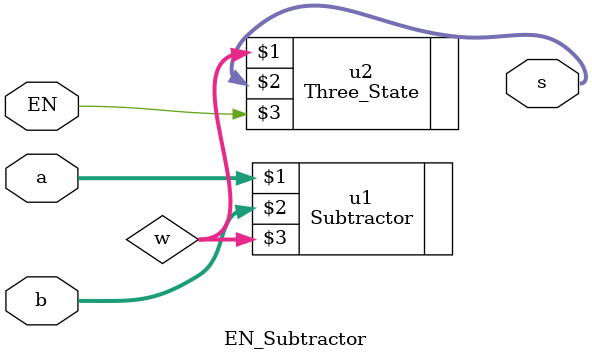
<source format=v>
`include "Subtractor.v"
`include "Three_State.v"

module EN_Subtractor(a, b, s, EN);
    input [7:0]a;
    input [7:0]b;
    output [8:0]s;
    input EN;
    wire [8:0]w;

    Subtractor u1(a, b, w);

    Three_State u2(w, s, EN);
endmodule
</source>
